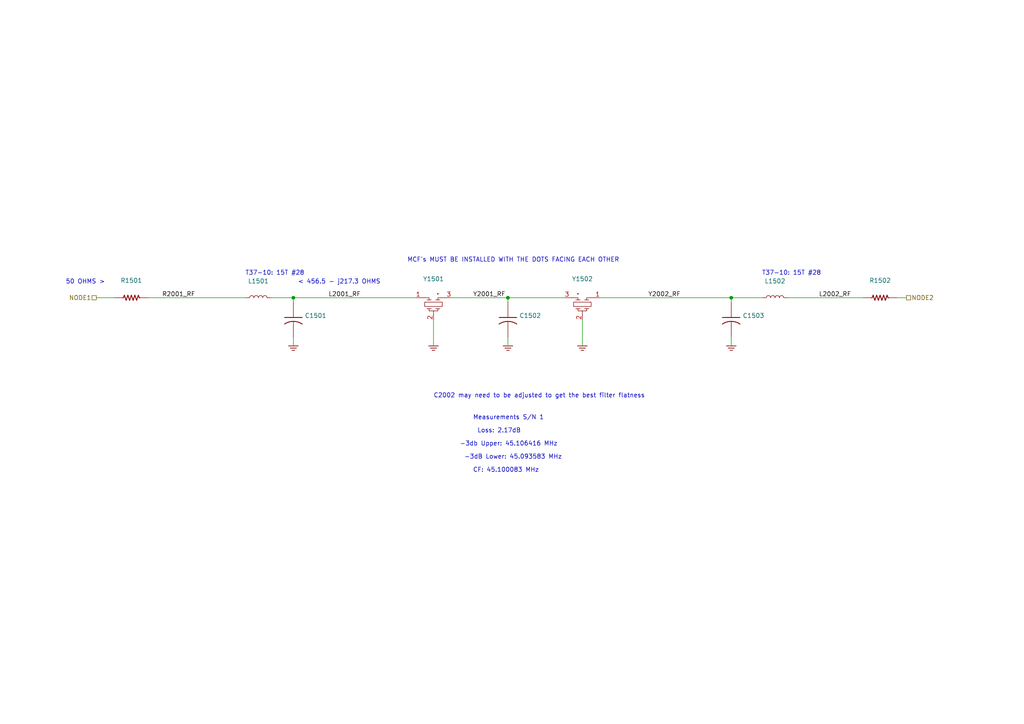
<source format=kicad_sch>
(kicad_sch (version 20211123) (generator eeschema)
  (paper "A4")
  (title_block (title "ROOFING FILTER") (rev "B"))
  (lib_symbols
    (symbol "Device:L" (pin_numbers hide) (pin_names (offset 1.016) hide)
      (property "Reference" "L" (at -1.27 0 90))
      (property "Value" "L" (at 1.905 0 90))
      (symbol "L_0_1"
        (arc (start 0 -2.54) (mid 0.635 -1.905) (end 0 -1.27))
        (arc (start 0 -1.27) (mid 0.635 -0.635) (end 0 0))
        (arc (start 0 0) (mid 0.635 0.635) (end 0 1.27))
        (arc (start 0 1.27) (mid 0.635 1.905) (end 0 2.54))
      )
      (symbol "L_1_1"
        (pin passive line (at 0 3.81 270) (length 1.27) (name "1") (number "1"))
        (pin passive line (at 0 -3.81 90) (length 1.27) (name "2") (number "2"))
      )
    )
    (symbol "custom:C_US" (pin_numbers hide) (pin_names (offset 0.254) hide)
      (property "Reference" "C" (at 1.27 2.54 0))
      (property "Value" "C_US" (at 1.27 -2.54 0))
      (symbol "C_US_0_1"
        (polyline (pts (xy -2.54 0.635) (xy 2.54 0.635) (xy 2.54 0.635)) (stroke (width 0.254)))
        (arc (start 2.54 -1.27) (mid 0 -0.5009) (end -2.54 -1.27) (stroke (width 0.254)))
      )
      (symbol "C_US_1_1"
        (pin passive line (at 0 5.08 270) (length 4.445) (name "~") (number "1"))
        (pin passive line (at 0 -5.08 90) (length 4.445) (name "~") (number "2"))
      )
    )
    (symbol "custom:GND_US" (power) (pin_names (offset 0))
      (symbol "GND_US_0_1"
        (polyline (pts (xy -1.397 0) (xy 1.397 0)) (stroke (width 0.2032)))
        (polyline (pts (xy -0.889 -0.635) (xy 0.889 -0.635)) (stroke (width 0.2032)))
        (polyline (pts (xy -0.381 -1.27) (xy 0.381 -1.27)) (stroke (width 0.2032)))
      )
      (symbol "GND_US_1_1"
        (pin power_in line (at 0 0 90) (length 0) hide (name "GND") (number "1"))
      )
    )
    (symbol "custom:Monolithic_Crystal_Filter_2P" (pin_names (offset 1.016) hide)
      (property "Reference" "Y" (at 0 6.35 0))
      (property "Value" "Monolithic_Crystal_Filter_2P" (at 0 5.08 0))
      (symbol "Monolithic_Crystal_Filter_2P_0_1"
        (rectangle (start -2.54 0) (end 2.54 -1.27))
        (polyline (pts (xy -3.175 1.27) (xy -3.81 1.27)))
        (polyline (pts (xy -1.905 -1.905) (xy -0.635 -1.905)))
        (polyline (pts (xy -1.905 0.635) (xy -0.635 0.635)))
        (polyline (pts (xy 0 -3.81) (xy 0 -2.54)))
        (polyline (pts (xy 0.635 -1.905) (xy 1.905 -1.905)))
        (polyline (pts (xy 0.635 0.635) (xy 1.905 0.635)))
        (polyline (pts (xy 3.175 1.27) (xy 3.81 1.27)))
        (polyline (pts (xy -1.27 0.635) (xy -1.27 1.27) (xy -3.175 1.27)))
        (polyline (pts (xy 1.27 0.635) (xy 1.27 1.27) (xy 3.175 1.27)))
        (polyline (pts (xy -1.27 -1.905) (xy -1.27 -2.54) (xy 1.27 -2.54) (xy 1.27 -1.905)))
        (circle (center 1.27 2.413) (radius 0.127) (fill (type outline)))
      )
      (symbol "Monolithic_Crystal_Filter_2P_1_1"
        (pin passive line (at -5.08 1.27 0) (length 1.27) (name "1") (number "1"))
        (pin passive line (at 0 -5.08 90) (length 1.27) (name "2") (number "2"))
        (pin passive line (at 5.08 1.27 180) (length 1.27) (name "3") (number "3"))
      )
    )
    (symbol "custom:R_US" (pin_numbers hide) (pin_names (offset 1.016) hide)
      (property "Reference" "R" (at 2.032 0 90))
      (property "Value" "R_US" (at -2.032 0 90))
      (symbol "R_US_0_0"
        (polyline (pts (xy 0 -2.54) (xy 0 -2.54) (xy 0 -2.286) (xy -0.762 -2.032) (xy 0.762 -1.524) (xy -0.762 -1.016) (xy 0.762 -0.508) (xy -0.762 0) (xy 0.762 0.508) (xy -0.762 1.016) (xy 0.762 1.524) (xy -0.762 2.032) (xy 0 2.286) (xy 0 2.54) (xy 0 2.54)) (stroke (width 0.254)))
      )
      (symbol "R_US_1_1"
        (pin passive line (at 0 5.08 270) (length 2.54) (name "~") (number "1"))
        (pin passive line (at 0 -5.08 90) (length 2.54) (name "~") (number "2"))
      )
    )
  )
  (junction (at 212.09 86.36))
  (junction (at 147.32 86.36))
  (junction (at 85.09 86.36))
  (wire (pts (xy 173.99 86.36) (xy 212.09 86.36)))
  (wire (pts (xy 147.32 100.33) (xy 147.32 97.79)))
  (wire (pts (xy 260.35 86.36) (xy 262.89 86.36)))
  (wire (pts (xy 130.81 86.36) (xy 147.32 86.36)))
  (wire (pts (xy 147.32 87.63) (xy 147.32 86.36)))
  (wire (pts (xy 212.09 86.36) (xy 212.09 87.63)))
  (wire (pts (xy 71.12 86.36) (xy 43.18 86.36)))
  (wire (pts (xy 85.09 97.79) (xy 85.09 100.33)))
  (wire (pts (xy 33.02 86.36) (xy 27.94 86.36)))
  (wire (pts (xy 212.09 97.79) (xy 212.09 100.33)))
  (wire (pts (xy 120.65 86.36) (xy 85.09 86.36)))
  (wire (pts (xy 147.32 86.36) (xy 163.83 86.36)))
  (wire (pts (xy 125.73 92.71) (xy 125.73 100.33)))
  (wire (pts (xy 78.74 86.36) (xy 85.09 86.36)))
  (wire (pts (xy 220.98 86.36) (xy 212.09 86.36)))
  (wire (pts (xy 168.91 92.71) (xy 168.91 100.33)))
  (wire (pts (xy 228.6 86.36) (xy 250.19 86.36)))
  (wire (pts (xy 85.09 86.36) (xy 85.09 87.63)))
  (text "-3db Upper: 45.106416 MHz" (at 133.35 129.54 0) (effects (font (size 1.27 1.27)) (justify left bottom)))
  (text "< 456.5 - j217.3 OHMS" (at 86.36 82.55 0) (effects (font (size 1.27 1.27)) (justify left bottom)))
  (text "Loss: 2.17dB" (at 138.43 125.73 0) (effects (font (size 1.27 1.27)) (justify left bottom)))
  (text "50 OHMS >" (at 19.05 82.55 0) (effects (font (size 1.27 1.27)) (justify left bottom)))
  (text "CF: 45.100083 MHz " (at 137.16 137.16 0) (effects (font (size 1.27 1.27)) (justify left bottom)))
  (text "-3dB Lower: 45.093583 MHz" (at 134.62 133.35 0) (effects (font (size 1.27 1.27)) (justify left bottom)))
  (text "MCF's MUST BE INSTALLED WITH THE DOTS FACING EACH OTHER" (at 118.11 76.2 0) (effects (font (size 1.27 1.27)) (justify left bottom)))
  (text "T37-10: 15T #28\n" (at 71.12 80.01 0) (effects (font (size 1.27 1.27)) (justify left bottom)))
  (text "T37-10: 15T #28\n" (at 220.98 80.01 0) (effects (font (size 1.27 1.27)) (justify left bottom)))
  (text "C2002 may need to be adjusted to get the best filter flatness" (at 125.73 115.57 0) (effects (font (size 1.27 1.27)) (justify left bottom)))
  (text "Measurements S/N 1" (at 137.16 121.92 0) (effects (font (size 1.27 1.27)) (justify left bottom)))
  (label "R2001_RF" (at 46.99 86.36 0))
  (label "Y2002_RF" (at 187.96 86.36 0))
  (label "Y2001_RF" (at 137.16 86.36 0))
  (label "L2001_RF" (at 95.25 86.36 0))
  (label "L2002_RF" (at 237.49 86.36 0))
  (hierarchical_label "NODE2" (shape passive) (at 262.89 86.36 0))
  (hierarchical_label "NODE1" (shape passive) (at 27.94 86.36 180))
  (symbol (lib_id "Device:L") (at 74.93 86.36 90) (unit 1)
    (property "Reference" "L1501" (at 74.93 81.534 90))
    (property "PartNumber" "800234-370" (effects hide))
  )
  (symbol (lib_id "Device:L") (at 224.79 86.36 90) (unit 1)
    (property "Reference" "L1502" (at 224.79 81.534 90))
    (property "PartNumber" "800234-370" (effects hide))
  )
  (symbol (lib_id "custom:C_US") (at 85.09 92.71 0) (unit 1)
    (property "Reference" "C1501" (at 88.392 91.5416 0) (effects (justify left)))
    (property "PartNumber" "800239-160" (effects hide))
  )
  (symbol (lib_id "custom:C_US") (at 212.09 92.71 0) (unit 1)
    (property "Reference" "C1503" (at 215.392 91.5416 0) (effects (justify left)))
    (property "PartNumber" "800239-160" (effects hide))
  )
  (symbol (lib_id "custom:GND_US") (at 212.09 100.33 0) (unit 1)
    (property "Reference" "#PWR01505" (effects hide))
    (property "Value" "GND_US" (effects hide))
  )
  (symbol (lib_id "custom:GND_US") (at 85.09 100.33 0) (unit 1)
    (property "Reference" "#PWR01501" (effects hide))
    (property "Value" "GND_US" (effects hide))
  )
  (symbol (lib_id "custom:Monolithic_Crystal_Filter_2P") (at 125.73 87.63 0) (unit 1)
    (property "Reference" "Y1501" (at 125.73 80.899 0))
    (property "PartNumber" "800287-101" (effects hide))
  )
  (symbol (lib_id "custom:Monolithic_Crystal_Filter_2P") (at 168.91 87.63 0) (mirror y) (unit 1)
    (property "Reference" "Y1502" (at 168.91 80.899 0))
    (property "PartNumber" "800287-101" (effects hide))
  )
  (symbol (lib_id "custom:GND_US") (at 125.73 100.33 0) (unit 1)
    (property "Reference" "#PWR01502" (effects hide))
    (property "Value" "GND_US" (effects hide))
  )
  (symbol (lib_id "custom:GND_US") (at 168.91 100.33 0) (unit 1)
    (property "Reference" "#PWR01504" (effects hide))
    (property "Value" "GND_US" (effects hide))
  )
  (symbol (lib_id "custom:C_US") (at 147.32 92.71 0) (unit 1)
    (property "Reference" "C1502" (at 150.622 91.5416 0) (effects (justify left)))
    (property "PartNumber" "800239-130" (effects hide))
  )
  (symbol (lib_id "custom:GND_US") (at 147.32 100.33 0) (unit 1)
    (property "Reference" "#PWR01503" (effects hide))
    (property "Value" "GND_US" (effects hide))
  )
  (symbol (lib_id "custom:R_US") (at 38.1 86.36 270) (unit 1)
    (property "Reference" "R1501" (at 38.1 81.3562 90))
    (property "PartNumber" "800235-000" (effects hide))
  )
  (symbol (lib_id "custom:R_US") (at 255.27 86.36 270) (unit 1)
    (property "Reference" "R1502" (at 255.27 81.3562 90))
    (property "PartNumber" "800235-000" (effects hide))
  )
)
</source>
